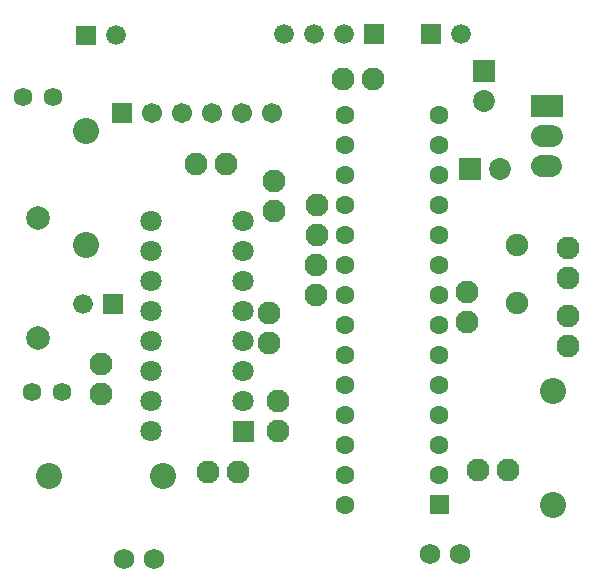
<source format=gbs>
G04 Layer: BottomSolderMaskLayer*
G04 EasyEDA v6.5.3, 2022-04-18 14:54:04*
G04 15adf324dd814951a5dd903392d16c57,9ce652a6aed948bfbe420a612be0e63a,10*
G04 Gerber Generator version 0.2*
G04 Scale: 100 percent, Rotated: No, Reflected: No *
G04 Dimensions in millimeters *
G04 leading zeros omitted , absolute positions ,4 integer and 5 decimal *
%FSLAX45Y45*%
%MOMM*%

%ADD39C,1.9016*%
%ADD40C,1.9532*%
%ADD41C,2.2032*%
%ADD43C,1.7018*%
%ADD44R,1.6764X1.6764*%
%ADD45C,1.6764*%
%ADD46C,1.5832*%
%ADD47R,1.8542X1.8542*%
%ADD48C,1.8542*%
%ADD49C,2.0032*%
%ADD51C,1.6016*%
%ADD53C,1.8016*%
%ADD55C,1.7272*%

%LPD*%
D39*
X4688682Y3873525D02*
G01*
X4608682Y3873525D01*
X4687691Y3619500D02*
G01*
X4607692Y3619500D01*
D40*
G01*
X1930400Y3632200D03*
G01*
X1676400Y3632200D03*
D41*
G01*
X432409Y990600D03*
G01*
X1396390Y990600D03*
G36*
X969010Y3978910D02*
G01*
X969010Y4149089D01*
X1139189Y4149089D01*
X1139189Y3978910D01*
G37*
D43*
G01*
X1308100Y4064000D03*
G01*
X1562100Y4064000D03*
G01*
X1816100Y4064000D03*
G01*
X2070100Y4064000D03*
G01*
X2324100Y4064000D03*
D44*
G01*
X977900Y2451100D03*
D45*
G01*
X723900Y2451100D03*
D41*
G01*
X749300Y3910990D03*
G01*
X749300Y2947009D03*
D46*
G01*
X294106Y1701800D03*
G01*
X544093Y1701800D03*
G01*
X217906Y4203700D03*
G01*
X467893Y4203700D03*
D47*
G01*
X4114800Y4419600D03*
D48*
G01*
X4114800Y4165600D03*
G36*
X3907790Y3501389D02*
G01*
X3907790Y3686810D01*
X4093209Y3686810D01*
X4093209Y3501389D01*
G37*
G01*
X4254500Y3594100D03*
D40*
G01*
X2692400Y2781300D03*
G01*
X2692400Y2527300D03*
G01*
X2921000Y4356100D03*
G01*
X3175000Y4356100D03*
G01*
X3975100Y2552700D03*
G01*
X3975100Y2298700D03*
G01*
X876300Y1943100D03*
G01*
X876300Y1689100D03*
G01*
X4826000Y2349500D03*
G01*
X4826000Y2095500D03*
G01*
X2705100Y3289300D03*
G01*
X2705100Y3035300D03*
G01*
X4064000Y1041400D03*
G01*
X4318000Y1041400D03*
G01*
X2374900Y1625600D03*
G01*
X2374900Y1371600D03*
G01*
X4826000Y2921000D03*
G01*
X4826000Y2667000D03*
D49*
G01*
X342900Y3175000D03*
G01*
X342900Y2159000D03*
D41*
G01*
X4699000Y749909D03*
G01*
X4699000Y1713890D03*
G36*
X3660140Y669289D02*
G01*
X3660140Y829310D01*
X3820159Y829310D01*
X3820159Y669289D01*
G37*
D51*
G01*
X3740099Y1003300D03*
G01*
X3740099Y1257300D03*
G01*
X3740099Y1511300D03*
G01*
X3740099Y1765300D03*
G01*
X3740099Y2019300D03*
G01*
X3740099Y2273300D03*
G01*
X3740099Y2527300D03*
G01*
X3740099Y2781300D03*
G01*
X3740099Y3035300D03*
G01*
X3740099Y3289300D03*
G01*
X3740099Y3543300D03*
G01*
X3740099Y3797300D03*
G01*
X3740099Y4051300D03*
G01*
X2940100Y749300D03*
G01*
X2940100Y1003300D03*
G01*
X2940100Y1257300D03*
G01*
X2940100Y1511300D03*
G01*
X2940100Y1765300D03*
G01*
X2940100Y2019300D03*
G01*
X2940100Y2273300D03*
G01*
X2940100Y2527300D03*
G01*
X2940100Y2781300D03*
G01*
X2940100Y3035300D03*
G01*
X2940100Y3289300D03*
G01*
X2940100Y3543300D03*
G01*
X2940100Y3797300D03*
G01*
X2940100Y4051300D03*
G36*
X1989074Y1281429D02*
G01*
X1989074Y1461770D01*
X2169159Y1461770D01*
X2169159Y1281429D01*
G37*
D53*
G01*
X2079091Y1625600D03*
G01*
X2079091Y2895600D03*
G01*
X2079091Y3149600D03*
G01*
X2079091Y1879600D03*
G01*
X2079091Y2133600D03*
G01*
X2079091Y2641600D03*
G01*
X2079091Y2387600D03*
G01*
X1299108Y3149600D03*
G01*
X1299108Y2895600D03*
G01*
X1299108Y2641600D03*
G01*
X1299108Y2387600D03*
G01*
X1299108Y2133600D03*
G01*
X1299108Y1879600D03*
G01*
X1299108Y1625600D03*
G01*
X1299108Y1371600D03*
G36*
X4513579Y4032504D02*
G01*
X4513579Y4222495D01*
X4783836Y4222495D01*
X4783836Y4032504D01*
G37*
D39*
G01*
X4394200Y2461107D03*
G01*
X4394200Y2949092D03*
G36*
X665479Y4640579D02*
G01*
X665479Y4808220D01*
X833120Y4808220D01*
X833120Y4640579D01*
G37*
D45*
G01*
X1003300Y4724400D03*
G36*
X3103879Y4653279D02*
G01*
X3103879Y4820920D01*
X3271520Y4820920D01*
X3271520Y4653279D01*
G37*
G01*
X2933700Y4737100D03*
G01*
X2679700Y4737100D03*
G01*
X2425700Y4737100D03*
G36*
X3586479Y4653279D02*
G01*
X3586479Y4820920D01*
X3754120Y4820920D01*
X3754120Y4653279D01*
G37*
G01*
X3924300Y4737100D03*
D40*
G01*
X2298700Y2374900D03*
G01*
X2298700Y2120900D03*
G01*
X2336800Y3492500D03*
G01*
X2336800Y3238500D03*
G01*
X1778000Y1028700D03*
G01*
X2032000Y1028700D03*
D55*
G01*
X3657600Y330200D03*
G01*
X3911600Y330200D03*
G01*
X1320800Y292100D03*
G01*
X1066800Y292100D03*
M02*

</source>
